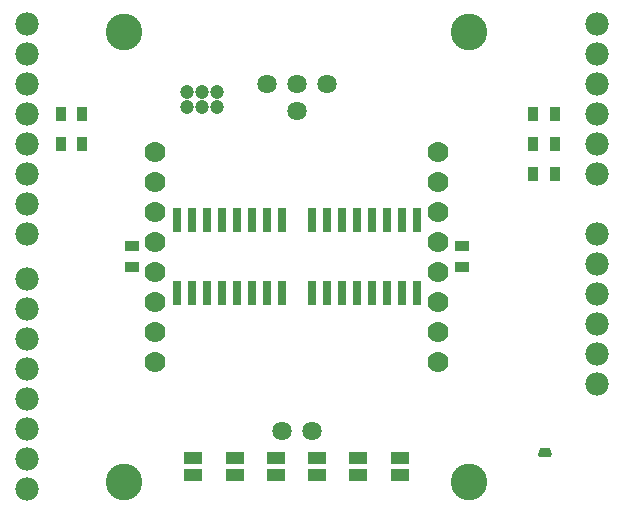
<source format=gts>
G75*
G70*
%OFA0B0*%
%FSLAX24Y24*%
%IPPOS*%
%LPD*%
%AMOC8*
5,1,8,0,0,1.08239X$1,22.5*
%
%ADD10C,0.1221*%
%ADD11C,0.0700*%
%ADD12C,0.0473*%
%ADD13C,0.0642*%
%ADD14C,0.0780*%
%ADD15R,0.0300X0.0840*%
%ADD16R,0.0631X0.0434*%
%ADD17R,0.0355X0.0512*%
%ADD18R,0.0512X0.0355*%
%ADD19C,0.0000*%
%ADD20C,0.0001*%
D10*
X004750Y001750D03*
X016250Y001750D03*
X016250Y016750D03*
X004750Y016750D03*
D11*
X005776Y012750D03*
X005776Y011750D03*
X005776Y010750D03*
X005776Y009750D03*
X005776Y008750D03*
X005776Y007750D03*
X005776Y006750D03*
X005776Y005750D03*
X015224Y005750D03*
X015224Y006750D03*
X015224Y007750D03*
X015224Y008750D03*
X015224Y009750D03*
X015224Y010750D03*
X015224Y011750D03*
X015224Y012750D03*
D12*
X007848Y014250D03*
X007348Y014250D03*
X006848Y014250D03*
X006848Y014750D03*
X007348Y014750D03*
X007848Y014750D03*
D13*
X009500Y015000D03*
X010500Y015000D03*
X010500Y014105D03*
X011500Y015000D03*
X011000Y003440D03*
X010000Y003440D03*
D14*
X001500Y001500D03*
X001500Y002500D03*
X001500Y003500D03*
X001500Y004500D03*
X001500Y005500D03*
X001500Y006500D03*
X001500Y007500D03*
X001500Y008500D03*
X001500Y010000D03*
X001500Y011000D03*
X001500Y012000D03*
X001500Y013000D03*
X001500Y014000D03*
X001500Y015000D03*
X001500Y016000D03*
X001500Y017000D03*
X020500Y017000D03*
X020500Y016000D03*
X020500Y015000D03*
X020500Y014000D03*
X020500Y013000D03*
X020500Y012000D03*
X020500Y010000D03*
X020500Y009000D03*
X020500Y008000D03*
X020500Y007000D03*
X020500Y006000D03*
X020500Y005000D03*
D15*
X014500Y008040D03*
X014000Y008040D03*
X013500Y008040D03*
X013000Y008040D03*
X012500Y008040D03*
X012000Y008040D03*
X011500Y008040D03*
X011000Y008040D03*
X010000Y008040D03*
X009500Y008040D03*
X009000Y008040D03*
X008500Y008040D03*
X008000Y008040D03*
X007500Y008040D03*
X007000Y008040D03*
X006500Y008040D03*
X006500Y010460D03*
X007000Y010460D03*
X007500Y010460D03*
X008000Y010460D03*
X008500Y010460D03*
X009000Y010460D03*
X009500Y010460D03*
X010000Y010460D03*
X011000Y010460D03*
X011500Y010460D03*
X012000Y010460D03*
X012500Y010460D03*
X013000Y010460D03*
X013500Y010460D03*
X014000Y010460D03*
X014500Y010460D03*
D16*
X013939Y002526D03*
X013939Y001974D03*
X012561Y001974D03*
X012561Y002526D03*
X011189Y002526D03*
X011189Y001974D03*
X009811Y001974D03*
X009811Y002526D03*
X008439Y002526D03*
X008439Y001974D03*
X007061Y001974D03*
X007061Y002526D03*
D17*
X018396Y012000D03*
X019104Y012000D03*
X019104Y013000D03*
X018396Y013000D03*
X018396Y014000D03*
X019104Y014000D03*
X003354Y014000D03*
X002646Y014000D03*
X002646Y013000D03*
X003354Y013000D03*
D18*
X005000Y009604D03*
X005000Y008896D03*
X016000Y008896D03*
X016000Y009604D03*
D19*
X018622Y002874D02*
X018654Y002874D01*
X018906Y002874D01*
X018913Y002846D01*
X018925Y002819D01*
X018937Y002787D01*
X018945Y002760D01*
X018957Y002732D01*
X018965Y002705D01*
X018976Y002677D01*
X018965Y002654D01*
X018953Y002626D01*
X018945Y002602D01*
X018587Y002602D01*
X018575Y002626D01*
X018563Y002654D01*
X018551Y002677D01*
X018563Y002705D01*
X018571Y002732D01*
X018583Y002760D01*
X018594Y002787D01*
X018602Y002819D01*
X018614Y002846D01*
X018622Y002874D01*
D20*
X018906Y002874D01*
X018906Y002873D02*
X018622Y002873D01*
X018621Y002872D02*
X018906Y002872D01*
X018906Y002871D02*
X018621Y002871D01*
X018621Y002870D02*
X018907Y002870D01*
X018907Y002869D02*
X018621Y002869D01*
X018620Y002868D02*
X018907Y002868D01*
X018908Y002867D02*
X018620Y002867D01*
X018620Y002866D02*
X018908Y002866D01*
X018908Y002865D02*
X018619Y002865D01*
X018619Y002864D02*
X018908Y002864D01*
X018909Y002863D02*
X018619Y002863D01*
X018619Y002862D02*
X018909Y002862D01*
X018909Y002861D02*
X018618Y002861D01*
X018618Y002860D02*
X018910Y002860D01*
X018910Y002859D02*
X018618Y002859D01*
X018617Y002858D02*
X018910Y002858D01*
X018910Y002857D02*
X018617Y002857D01*
X018617Y002856D02*
X018911Y002856D01*
X018911Y002855D02*
X018617Y002855D01*
X018616Y002854D02*
X018911Y002854D01*
X018912Y002853D02*
X018616Y002853D01*
X018616Y002852D02*
X018912Y002852D01*
X018912Y002851D02*
X018615Y002851D01*
X018615Y002850D02*
X018912Y002850D01*
X018913Y002849D02*
X018615Y002849D01*
X018615Y002848D02*
X018913Y002848D01*
X018913Y002847D02*
X018614Y002847D01*
X018614Y002846D02*
X018914Y002846D01*
X018914Y002845D02*
X018613Y002845D01*
X018613Y002844D02*
X018915Y002844D01*
X018915Y002843D02*
X018613Y002843D01*
X018612Y002842D02*
X018915Y002842D01*
X018916Y002841D02*
X018612Y002841D01*
X018611Y002840D02*
X018916Y002840D01*
X018917Y002839D02*
X018611Y002839D01*
X018610Y002838D02*
X018917Y002838D01*
X018918Y002837D02*
X018610Y002837D01*
X018610Y002836D02*
X018918Y002836D01*
X018918Y002835D02*
X018609Y002835D01*
X018609Y002834D02*
X018919Y002834D01*
X018919Y002833D02*
X018608Y002833D01*
X018608Y002832D02*
X018920Y002832D01*
X018920Y002831D02*
X018607Y002831D01*
X018607Y002830D02*
X018921Y002830D01*
X018921Y002829D02*
X018607Y002829D01*
X018606Y002828D02*
X018921Y002828D01*
X018922Y002827D02*
X018606Y002827D01*
X018605Y002826D02*
X018922Y002826D01*
X018923Y002825D02*
X018605Y002825D01*
X018604Y002824D02*
X018923Y002824D01*
X018924Y002823D02*
X018604Y002823D01*
X018604Y002822D02*
X018924Y002822D01*
X018924Y002821D02*
X018603Y002821D01*
X018603Y002820D02*
X018925Y002820D01*
X018925Y002819D02*
X018602Y002819D01*
X018602Y002818D02*
X018926Y002818D01*
X018926Y002817D02*
X018602Y002817D01*
X018602Y002816D02*
X018926Y002816D01*
X018927Y002815D02*
X018601Y002815D01*
X018601Y002814D02*
X018927Y002814D01*
X018928Y002813D02*
X018601Y002813D01*
X018601Y002812D02*
X018928Y002812D01*
X018928Y002811D02*
X018600Y002811D01*
X018600Y002810D02*
X018929Y002810D01*
X018929Y002809D02*
X018600Y002809D01*
X018600Y002808D02*
X018929Y002808D01*
X018930Y002807D02*
X018599Y002807D01*
X018599Y002806D02*
X018930Y002806D01*
X018931Y002805D02*
X018599Y002805D01*
X018599Y002804D02*
X018931Y002804D01*
X018931Y002803D02*
X018598Y002803D01*
X018598Y002802D02*
X018932Y002802D01*
X018932Y002801D02*
X018598Y002801D01*
X018598Y002800D02*
X018932Y002800D01*
X018933Y002799D02*
X018597Y002799D01*
X018597Y002798D02*
X018933Y002798D01*
X018934Y002797D02*
X018597Y002797D01*
X018597Y002796D02*
X018934Y002796D01*
X018934Y002795D02*
X018596Y002795D01*
X018596Y002794D02*
X018935Y002794D01*
X018935Y002793D02*
X018596Y002793D01*
X018596Y002792D02*
X018935Y002792D01*
X018936Y002791D02*
X018595Y002791D01*
X018595Y002790D02*
X018936Y002790D01*
X018937Y002789D02*
X018595Y002789D01*
X018595Y002788D02*
X018937Y002788D01*
X018937Y002787D02*
X018594Y002787D01*
X018594Y002786D02*
X018937Y002786D01*
X018938Y002785D02*
X018593Y002785D01*
X018593Y002784D02*
X018938Y002784D01*
X018938Y002783D02*
X018592Y002783D01*
X018592Y002782D02*
X018939Y002782D01*
X018939Y002781D02*
X018592Y002781D01*
X018591Y002780D02*
X018939Y002780D01*
X018939Y002779D02*
X018591Y002779D01*
X018590Y002778D02*
X018940Y002778D01*
X018940Y002777D02*
X018590Y002777D01*
X018589Y002776D02*
X018940Y002776D01*
X018941Y002775D02*
X018589Y002775D01*
X018589Y002774D02*
X018941Y002774D01*
X018941Y002773D02*
X018588Y002773D01*
X018588Y002772D02*
X018941Y002772D01*
X018942Y002771D02*
X018587Y002771D01*
X018587Y002770D02*
X018942Y002770D01*
X018942Y002769D02*
X018587Y002769D01*
X018586Y002768D02*
X018943Y002768D01*
X018943Y002767D02*
X018586Y002767D01*
X018585Y002766D02*
X018943Y002766D01*
X018943Y002765D02*
X018585Y002765D01*
X018584Y002764D02*
X018944Y002764D01*
X018944Y002763D02*
X018584Y002763D01*
X018584Y002762D02*
X018944Y002762D01*
X018945Y002761D02*
X018583Y002761D01*
X018583Y002760D02*
X018945Y002760D01*
X018945Y002759D02*
X018582Y002759D01*
X018582Y002758D02*
X018946Y002758D01*
X018946Y002757D02*
X018581Y002757D01*
X018581Y002756D02*
X018947Y002756D01*
X018947Y002755D02*
X018581Y002755D01*
X018580Y002754D02*
X018947Y002754D01*
X018948Y002753D02*
X018580Y002753D01*
X018579Y002752D02*
X018948Y002752D01*
X018949Y002751D02*
X018579Y002751D01*
X018578Y002750D02*
X018949Y002750D01*
X018950Y002749D02*
X018578Y002749D01*
X018578Y002748D02*
X018950Y002748D01*
X018950Y002747D02*
X018577Y002747D01*
X018577Y002746D02*
X018951Y002746D01*
X018951Y002745D02*
X018576Y002745D01*
X018576Y002744D02*
X018952Y002744D01*
X018952Y002743D02*
X018575Y002743D01*
X018575Y002742D02*
X018953Y002742D01*
X018953Y002741D02*
X018575Y002741D01*
X018574Y002740D02*
X018953Y002740D01*
X018954Y002739D02*
X018574Y002739D01*
X018573Y002738D02*
X018954Y002738D01*
X018955Y002737D02*
X018573Y002737D01*
X018572Y002736D02*
X018955Y002736D01*
X018956Y002735D02*
X018572Y002735D01*
X018572Y002734D02*
X018956Y002734D01*
X018956Y002733D02*
X018571Y002733D01*
X018571Y002732D02*
X018957Y002732D01*
X018957Y002731D02*
X018570Y002731D01*
X018570Y002730D02*
X018957Y002730D01*
X018958Y002729D02*
X018570Y002729D01*
X018570Y002728D02*
X018958Y002728D01*
X018958Y002727D02*
X018569Y002727D01*
X018569Y002726D02*
X018959Y002726D01*
X018959Y002725D02*
X018569Y002725D01*
X018568Y002724D02*
X018959Y002724D01*
X018959Y002723D02*
X018568Y002723D01*
X018568Y002722D02*
X018960Y002722D01*
X018960Y002721D02*
X018568Y002721D01*
X018567Y002720D02*
X018960Y002720D01*
X018961Y002719D02*
X018567Y002719D01*
X018567Y002718D02*
X018961Y002718D01*
X018961Y002717D02*
X018566Y002717D01*
X018566Y002716D02*
X018961Y002716D01*
X018962Y002715D02*
X018566Y002715D01*
X018566Y002714D02*
X018962Y002714D01*
X018962Y002713D02*
X018565Y002713D01*
X018565Y002712D02*
X018963Y002712D01*
X018963Y002711D02*
X018565Y002711D01*
X018564Y002710D02*
X018963Y002710D01*
X018963Y002709D02*
X018564Y002709D01*
X018564Y002708D02*
X018964Y002708D01*
X018964Y002707D02*
X018564Y002707D01*
X018563Y002706D02*
X018964Y002706D01*
X018965Y002705D02*
X018563Y002705D01*
X018563Y002704D02*
X018965Y002704D01*
X018965Y002703D02*
X018562Y002703D01*
X018562Y002702D02*
X018966Y002702D01*
X018966Y002701D02*
X018561Y002701D01*
X018561Y002700D02*
X018967Y002700D01*
X018967Y002699D02*
X018560Y002699D01*
X018560Y002698D02*
X018968Y002698D01*
X018968Y002697D02*
X018560Y002697D01*
X018559Y002696D02*
X018968Y002696D01*
X018969Y002695D02*
X018559Y002695D01*
X018558Y002694D02*
X018969Y002694D01*
X018970Y002693D02*
X018558Y002693D01*
X018557Y002692D02*
X018970Y002692D01*
X018971Y002691D02*
X018557Y002691D01*
X018557Y002690D02*
X018971Y002690D01*
X018971Y002689D02*
X018556Y002689D01*
X018556Y002688D02*
X018972Y002688D01*
X018972Y002687D02*
X018555Y002687D01*
X018555Y002686D02*
X018973Y002686D01*
X018973Y002685D02*
X018554Y002685D01*
X018554Y002684D02*
X018974Y002684D01*
X018974Y002683D02*
X018554Y002683D01*
X018553Y002682D02*
X018974Y002682D01*
X018975Y002681D02*
X018553Y002681D01*
X018552Y002680D02*
X018975Y002680D01*
X018976Y002679D02*
X018552Y002679D01*
X018551Y002678D02*
X018976Y002678D01*
X018976Y002677D02*
X018551Y002677D01*
X018552Y002676D02*
X018976Y002676D01*
X018975Y002675D02*
X018552Y002675D01*
X018553Y002674D02*
X018975Y002674D01*
X018974Y002673D02*
X018553Y002673D01*
X018554Y002672D02*
X018974Y002672D01*
X018973Y002671D02*
X018554Y002671D01*
X018555Y002670D02*
X018973Y002670D01*
X018972Y002669D02*
X018555Y002669D01*
X018556Y002668D02*
X018972Y002668D01*
X018971Y002667D02*
X018556Y002667D01*
X018557Y002666D02*
X018971Y002666D01*
X018970Y002665D02*
X018557Y002665D01*
X018558Y002664D02*
X018970Y002664D01*
X018969Y002663D02*
X018558Y002663D01*
X018559Y002662D02*
X018969Y002662D01*
X018968Y002661D02*
X018559Y002661D01*
X018560Y002660D02*
X018968Y002660D01*
X018967Y002659D02*
X018560Y002659D01*
X018561Y002658D02*
X018967Y002658D01*
X018966Y002657D02*
X018561Y002657D01*
X018562Y002656D02*
X018966Y002656D01*
X018965Y002655D02*
X018562Y002655D01*
X018563Y002654D02*
X018965Y002654D01*
X018964Y002653D02*
X018563Y002653D01*
X018564Y002652D02*
X018964Y002652D01*
X018963Y002651D02*
X018564Y002651D01*
X018565Y002650D02*
X018963Y002650D01*
X018963Y002649D02*
X018565Y002649D01*
X018565Y002648D02*
X018962Y002648D01*
X018962Y002647D02*
X018566Y002647D01*
X018566Y002646D02*
X018961Y002646D01*
X018961Y002645D02*
X018567Y002645D01*
X018567Y002644D02*
X018960Y002644D01*
X018960Y002643D02*
X018568Y002643D01*
X018568Y002642D02*
X018960Y002642D01*
X018959Y002641D02*
X018568Y002641D01*
X018569Y002640D02*
X018959Y002640D01*
X018958Y002639D02*
X018569Y002639D01*
X018570Y002638D02*
X018958Y002638D01*
X018957Y002637D02*
X018570Y002637D01*
X018571Y002636D02*
X018957Y002636D01*
X018957Y002635D02*
X018571Y002635D01*
X018571Y002634D02*
X018956Y002634D01*
X018956Y002633D02*
X018572Y002633D01*
X018572Y002632D02*
X018955Y002632D01*
X018955Y002631D02*
X018573Y002631D01*
X018573Y002630D02*
X018954Y002630D01*
X018954Y002629D02*
X018574Y002629D01*
X018574Y002628D02*
X018954Y002628D01*
X018953Y002627D02*
X018574Y002627D01*
X018575Y002626D02*
X018953Y002626D01*
X018952Y002625D02*
X018575Y002625D01*
X018576Y002624D02*
X018952Y002624D01*
X018952Y002623D02*
X018576Y002623D01*
X018577Y002622D02*
X018951Y002622D01*
X018951Y002621D02*
X018577Y002621D01*
X018578Y002620D02*
X018951Y002620D01*
X018950Y002619D02*
X018578Y002619D01*
X018579Y002618D02*
X018950Y002618D01*
X018950Y002617D02*
X018579Y002617D01*
X018580Y002616D02*
X018949Y002616D01*
X018949Y002615D02*
X018580Y002615D01*
X018581Y002614D02*
X018949Y002614D01*
X018948Y002613D02*
X018581Y002613D01*
X018582Y002612D02*
X018948Y002612D01*
X018948Y002611D02*
X018582Y002611D01*
X018583Y002610D02*
X018947Y002610D01*
X018947Y002609D02*
X018583Y002609D01*
X018584Y002608D02*
X018947Y002608D01*
X018946Y002607D02*
X018584Y002607D01*
X018585Y002606D02*
X018946Y002606D01*
X018946Y002605D02*
X018585Y002605D01*
X018586Y002604D02*
X018945Y002604D01*
X018945Y002603D02*
X018586Y002603D01*
M02*

</source>
